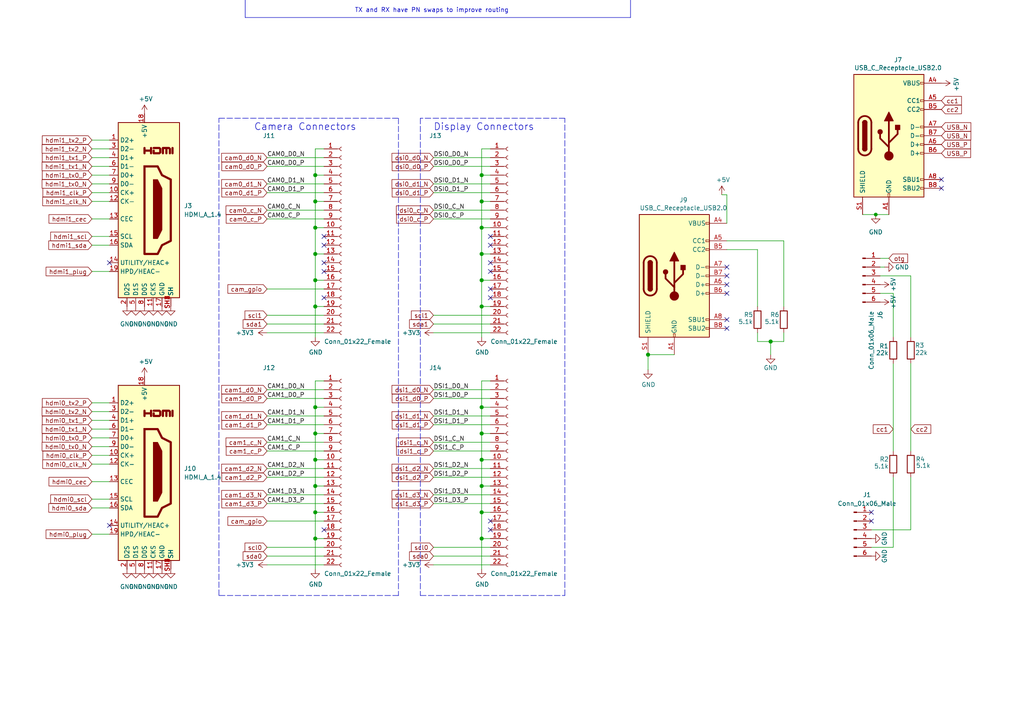
<source format=kicad_sch>
(kicad_sch (version 20211123) (generator eeschema)
  (paper "A4")
  (lib_symbols
    (symbol "CM4IO:HDMI_A_1.4"
      (property "Reference" "J" (at -6.35 26.67 0))
      (property "Value" "HDMI_A_1.4" (at 10.16 26.67 0))
      (symbol "HDMI_A_1.4_0_0"
        (pin passive line (at 7.62 -27.94 90) (length 2.54) (name "SH") (number "SH2"))
        (pin passive line (at 7.62 -27.94 90) (length 2.54) (name "SH") (number "SH3"))
        (pin passive line (at 7.62 -27.94 90) (length 2.54) (name "SH") (number "SH4"))
      )
      (symbol "HDMI_A_1.4_1_1"
        (pin passive line (at -10.16 20.32 0) (length 2.54) (name "D2+") (number "1"))
        (pin passive line (at -10.16 5.08 0) (length 2.54) (name "CK+") (number "10"))
        (pin power_in line (at 2.54 -27.94 90) (length 2.54) (name "CKS") (number "11"))
        (pin passive line (at -10.16 2.54 0) (length 2.54) (name "CK-") (number "12"))
        (pin bidirectional line (at -10.16 -2.54 0) (length 2.54) (name "CEC") (number "13"))
        (pin passive line (at -10.16 -15.24 0) (length 2.54) (name "UTILITY/HEAC+") (number "14"))
        (pin passive line (at -10.16 -7.62 0) (length 2.54) (name "SCL") (number "15"))
        (pin bidirectional line (at -10.16 -10.16 0) (length 2.54) (name "SDA") (number "16"))
        (pin power_in line (at 5.08 -27.94 90) (length 2.54) (name "GND") (number "17"))
        (pin power_in line (at 0 27.94 270) (length 2.54) (name "+5V") (number "18"))
        (pin passive line (at -10.16 -17.78 0) (length 2.54) (name "HPD/HEAC-") (number "19"))
        (pin power_in line (at -5.08 -27.94 90) (length 2.54) (name "D2S") (number "2"))
        (pin passive line (at -10.16 17.78 0) (length 2.54) (name "D2-") (number "3"))
        (pin passive line (at -10.16 15.24 0) (length 2.54) (name "D1+") (number "4"))
        (pin power_in line (at -2.54 -27.94 90) (length 2.54) (name "D1S") (number "5"))
        (pin passive line (at -10.16 12.7 0) (length 2.54) (name "D1-") (number "6"))
        (pin passive line (at -10.16 10.16 0) (length 2.54) (name "D0+") (number "7"))
        (pin power_in line (at 0 -27.94 90) (length 2.54) (name "D0S") (number "8"))
        (pin passive line (at -10.16 7.62 0) (length 2.54) (name "D0-") (number "9"))
        (pin passive line (at 7.62 -27.94 90) (length 2.54) (name "SH") (number "SH1"))
      )
    )
    (symbol "CM4IO:PCIe-x1"
      (property "Reference" "J" (at -13.97 36.83 0))
      (property "Value" "PCIe-x1" (at -5.08 -13.97 0))
      (symbol "PCIe-x1_0_0"
        (pin passive line (at 10.16 33.02 180) (length 5.08) (name "nPRSNT1") (number "A1"))
        (pin power_in line (at 10.16 10.16 180) (length 5.08) (name "+3.3V") (number "A10"))
        (pin input line (at 10.16 7.62 180) (length 5.08) (name "nPERST") (number "A11"))
        (pin power_in line (at 10.16 5.08 180) (length 5.08) (name "GND") (number "A12"))
        (pin input line (at 10.16 2.54 180) (length 5.08) (name "REFCLK+") (number "A13"))
        (pin input line (at 10.16 0 180) (length 5.08) (name "REFCLK-") (number "A14"))
        (pin power_in line (at 10.16 -2.54 180) (length 5.08) (name "GND") (number "A15"))
        (pin output line (at 10.16 -5.08 180) (length 5.08) (name "PERP0") (number "A16"))
        (pin output line (at 10.16 -7.62 180) (length 5.08) (name "PERN0") (number "A17"))
        (pin power_in line (at 10.16 -10.16 180) (length 5.08) (name "GND") (number "A18"))
        (pin power_in line (at 10.16 30.48 180) (length 5.08) (name "+12V") (number "A2"))
        (pin power_in line (at 10.16 27.94 180) (length 5.08) (name "+12V") (number "A3"))
        (pin power_in line (at 10.16 25.4 180) (length 5.08) (name "GND") (number "A4"))
        (pin input line (at 10.16 22.86 180) (length 5.08) (name "TCK") (number "A5"))
        (pin input line (at 10.16 20.32 180) (length 5.08) (name "TDI") (number "A6"))
        (pin output line (at 10.16 17.78 180) (length 5.08) (name "TD0") (number "A7"))
        (pin input line (at 10.16 15.24 180) (length 5.08) (name "TMS") (number "A8"))
        (pin power_in line (at 10.16 12.7 180) (length 5.08) (name "+3.3V") (number "A9"))
        (pin power_in line (at -19.05 33.02 0) (length 5.08) (name "+12v") (number "B1"))
        (pin power_in line (at -19.05 10.16 0) (length 5.08) (name "+3.3vAUX") (number "B10"))
        (pin open_collector line (at -19.05 7.62 0) (length 5.08) (name "nWAKE") (number "B11"))
        (pin open_collector line (at -19.05 5.08 0) (length 5.08) (name "nCLKREQ") (number "B12"))
        (pin power_in line (at -19.05 2.54 0) (length 5.08) (name "GND") (number "B13"))
        (pin input line (at -19.05 0 0) (length 5.08) (name "PETP0") (number "B14"))
        (pin input line (at -19.05 -2.54 0) (length 5.08) (name "PETN0") (number "B15"))
        (pin power_in line (at -19.05 -5.08 0) (length 5.08) (name "GND") (number "B16"))
        (pin passive line (at -19.05 -7.62 0) (length 5.08) (name "nPRSNT2") (number "B17"))
        (pin power_in line (at -19.05 -10.16 0) (length 5.08) (name "GND") (number "B18"))
        (pin power_in line (at -19.05 30.48 0) (length 5.08) (name "+12v") (number "B2"))
        (pin power_in line (at -19.05 27.94 0) (length 5.08) (name "+12v") (number "B3"))
        (pin power_in line (at -19.05 25.4 0) (length 5.08) (name "GND") (number "B4"))
        (pin passive line (at -19.05 22.86 0) (length 5.08) (name "SMCLK") (number "B5"))
        (pin passive line (at -19.05 20.32 0) (length 5.08) (name "SMDAT") (number "B6"))
        (pin power_in line (at -19.05 17.78 0) (length 5.08) (name "GND") (number "B7"))
        (pin power_in line (at -19.05 15.24 0) (length 5.08) (name "+3.3v") (number "B8"))
        (pin input line (at -19.05 12.7 0) (length 5.08) (name "nTRST") (number "B9"))
      )
    )
    (symbol "Connector:Conn_01x06_Male" (pin_names (offset 1.016) hide)
      (property "Reference" "J" (at 0 7.62 0))
      (property "Value" "Conn_01x06_Male" (at 0 -10.16 0))
      (symbol "Conn_01x06_Male_1_1"
        (pin passive line (at 5.08 5.08 180) (length 3.81) (name "Pin_1") (number "1"))
        (pin passive line (at 5.08 2.54 180) (length 3.81) (name "Pin_2") (number "2"))
        (pin passive line (at 5.08 0 180) (length 3.81) (name "Pin_3") (number "3"))
        (pin passive line (at 5.08 -2.54 180) (length 3.81) (name "Pin_4") (number "4"))
        (pin passive line (at 5.08 -5.08 180) (length 3.81) (name "Pin_5") (number "5"))
        (pin passive line (at 5.08 -7.62 180) (length 3.81) (name "Pin_6") (number "6"))
      )
    )
    (symbol "Connector:Conn_01x22_Female" (pin_names hide)
      (property "Reference" "J" (at 0 27.94 0))
      (property "Value" "Conn_01x22_Female" (at 0 -30.48 0))
      (symbol "Conn_01x22_Female_1_1"
        (pin passive line (at -5.08 25.4 0) (length 3.81) (name "Pin_1") (number "1"))
        (pin passive line (at -5.08 2.54 0) (length 3.81) (name "Pin_10") (number "10"))
        (pin passive line (at -5.08 0 0) (length 3.81) (name "Pin_11") (number "11"))
        (pin passive line (at -5.08 -2.54 0) (length 3.81) (name "Pin_12") (number "12"))
        (pin passive line (at -5.08 -5.08 0) (length 3.81) (name "Pin_13") (number "13"))
        (pin passive line (at -5.08 -7.62 0) (length 3.81) (name "Pin_14") (number "14"))
        (pin passive line (at -5.08 -10.16 0) (length 3.81) (name "Pin_15") (number "15"))
        (pin passive line (at -5.08 -12.7 0) (length 3.81) (name "Pin_16") (number "16"))
        (pin passive line (at -5.08 -15.24 0) (length 3.81) (name "Pin_17") (number "17"))
        (pin passive line (at -5.08 -17.78 0) (length 3.81) (name "Pin_18") (number "18"))
        (pin passive line (at -5.08 -20.32 0) (length 3.81) (name "Pin_19") (number "19"))
        (pin passive line (at -5.08 22.86 0) (length 3.81) (name "Pin_2") (number "2"))
        (pin passive line (at -5.08 -22.86 0) (length 3.81) (name "Pin_20") (number "20"))
        (pin passive line (at -5.08 -25.4 0) (length 3.81) (name "Pin_21") (number "21"))
        (pin passive line (at -5.08 -27.94 0) (length 3.81) (name "Pin_22") (number "22"))
        (pin passive line (at -5.08 20.32 0) (length 3.81) (name "Pin_3") (number "3"))
        (pin passive line (at -5.08 17.78 0) (length 3.81) (name "Pin_4") (number "4"))
        (pin passive line (at -5.08 15.24 0) (length 3.81) (name "Pin_5") (number "5"))
        (pin passive line (at -5.08 12.7 0) (length 3.81) (name "Pin_6") (number "6"))
        (pin passive line (at -5.08 10.16 0) (length 3.81) (name "Pin_7") (number "7"))
        (pin passive line (at -5.08 7.62 0) (length 3.81) (name "Pin_8") (number "8"))
        (pin passive line (at -5.08 5.08 0) (length 3.81) (name "Pin_9") (number "9"))
      )
    )
    (symbol "Connector:USB_C_Receptacle_USB2.0" (pin_names (offset 1.016))
      (property "Reference" "J" (at -10.16 19.05 0))
      (property "Value" "USB_C_Receptacle_USB2.0" (at 19.05 19.05 0))
      (symbol "USB_C_Receptacle_USB2.0_1_1"
        (pin passive line (at 0 -22.86 90) (length 5.08) (name "GND") (number "A1"))
        (pin passive line (at 0 -22.86 90) (length 5.08) hide (name "GND") (number "A12"))
        (pin passive line (at 15.24 15.24 180) (length 5.08) (name "VBUS") (number "A4"))
        (pin bidirectional line (at 15.24 10.16 180) (length 5.08) (name "CC1") (number "A5"))
        (pin bidirectional line (at 15.24 -2.54 180) (length 5.08) (name "D+") (number "A6"))
        (pin bidirectional line (at 15.24 2.54 180) (length 5.08) (name "D-") (number "A7"))
        (pin bidirectional line (at 15.24 -12.7 180) (length 5.08) (name "SBU1") (number "A8"))
        (pin passive line (at 15.24 15.24 180) (length 5.08) hide (name "VBUS") (number "A9"))
        (pin passive line (at 0 -22.86 90) (length 5.08) hide (name "GND") (number "B1"))
        (pin passive line (at 0 -22.86 90) (length 5.08) hide (name "GND") (number "B12"))
        (pin passive line (at 15.24 15.24 180) (length 5.08) hide (name "VBUS") (number "B4"))
        (pin bidirectional line (at 15.24 7.62 180) (length 5.08) (name "CC2") (number "B5"))
        (pin bidirectional line (at 15.24 -5.08 180) (length 5.08) (name "D+") (number "B6"))
        (pin bidirectional line (at 15.24 0 180) (length 5.08) (name "D-") (number "B7"))
        (pin bidirectional line (at 15.24 -15.24 180) (length 5.08) (name "SBU2") (number "B8"))
        (pin passive line (at 15.24 15.24 180) (length 5.08) hide (name "VBUS") (number "B9"))
        (pin passive line (at -7.62 -22.86 90) (length 5.08) (name "SHIELD") (number "S1"))
      )
    )
    (symbol "Device:R" (pin_numbers hide) (pin_names (offset 0))
      (property "Reference" "R" (at 2.032 0 90))
      (property "Value" "R" (at 0 0 90))
      (symbol "R_1_1"
        (pin passive line (at 0 3.81 270) (length 1.27) (name "~") (number "1"))
        (pin passive line (at 0 -3.81 90) (length 1.27) (name "~") (number "2"))
      )
    )
    (symbol "power:+3V3" (power) (pin_names (offset 0))
      (property "Value" "+3V3" (at 0 3.556 0))
      (symbol "+3V3_1_1"
        (pin power_in line (at 0 0 90) (length 0) hide (name "+3V3") (number "1"))
      )
    )
    (symbol "power:+5V" (power) (pin_names (offset 0))
      (property "Value" "+5V" (at 0 3.556 0))
      (symbol "+5V_1_1"
        (pin power_in line (at 0 0 90) (length 0) hide (name "+5V") (number "1"))
      )
    )
    (symbol "power:GND" (power) (pin_names (offset 0))
      (property "Value" "GND" (at 0 -3.81 0))
      (symbol "GND_1_1"
        (pin power_in line (at 0 0 270) (length 0) hide (name "GND") (number "1"))
      )
    )
  )
  (junction (at 139.7 81.28) (diameter 1.016))
  (junction (at 91.44 118.11) (diameter 1.016))
  (junction (at 223.52 99.06) (diameter 1.016))
  (junction (at 91.44 88.9) (diameter 1.016))
  (junction (at 107.95 -19.05) (diameter 1.016))
  (junction (at 139.7 -21.59) (diameter 1.016))
  (junction (at 91.44 133.35) (diameter 1.016))
  (junction (at 254 62.23))
  (junction (at 139.7 -29.21) (diameter 1.016))
  (junction (at 139.7 133.35) (diameter 1.016))
  (junction (at 139.7 73.66) (diameter 1.016))
  (junction (at 139.7 58.42) (diameter 1.016))
  (junction (at 91.44 156.21) (diameter 1.016))
  (junction (at 91.44 125.73) (diameter 1.016))
  (junction (at 91.44 58.42) (diameter 1.016))
  (junction (at 139.7 125.73) (diameter 1.016))
  (junction (at 107.95 -26.67) (diameter 1.016))
  (junction (at 187.96 102.87) (diameter 1.016))
  (junction (at 139.7 148.59) (diameter 1.016))
  (junction (at 91.44 81.28) (diameter 1.016))
  (junction (at 107.95 -41.91) (diameter 1.016))
  (junction (at 91.44 140.97) (diameter 1.016))
  (junction (at 106.68 -39.37) (diameter 1.016))
  (junction (at 139.7 156.21) (diameter 1.016))
  (junction (at 142.24 -44.45) (diameter 1.016))
  (junction (at 139.7 88.9) (diameter 1.016))
  (junction (at 106.68 -36.83) (diameter 1.016))
  (junction (at 139.7 66.04) (diameter 1.016))
  (junction (at 139.7 50.8) (diameter 1.016))
  (junction (at 91.44 50.8) (diameter 1.016))
  (junction (at 142.24 -46.99) (diameter 1.016))
  (junction (at 142.24 -36.83) (diameter 1.016))
  (junction (at 91.44 73.66) (diameter 1.016))
  (junction (at 91.44 148.59) (diameter 1.016))
  (junction (at 91.44 66.04) (diameter 1.016))
  (junction (at 139.7 140.97) (diameter 1.016))
  (junction (at 139.7 118.11) (diameter 1.016))
  (junction (at 107.95 -13.97) (diameter 1.016))
  (junction (at 142.24 -39.37) (diameter 1.016))
  (junction (at 139.7 -13.97) (diameter 1.016))
  (no_connect (at 93.98 71.12))
  (no_connect (at 109.22 -16.51))
  (no_connect (at 210.82 85.09))
  (no_connect (at 210.82 77.47))
  (no_connect (at 93.98 153.67))
  (no_connect (at 142.24 71.12))
  (no_connect (at 210.82 80.01))
  (no_connect (at 109.22 -46.99))
  (no_connect (at 210.82 92.71))
  (no_connect (at 210.82 82.55))
  (no_connect (at 93.98 68.58))
  (no_connect (at 93.98 78.74))
  (no_connect (at 210.82 95.25))
  (no_connect (at 109.22 -31.75))
  (no_connect (at 142.24 78.74))
  (no_connect (at 142.24 151.13))
  (no_connect (at 93.98 86.36))
  (no_connect (at 93.98 76.2))
  (no_connect (at 109.22 -44.45))
  (no_connect (at 273.05 52.07))
  (no_connect (at 252.73 148.59))
  (no_connect (at 31.75 76.2))
  (no_connect (at 31.75 152.4))
  (no_connect (at 142.24 153.67))
  (no_connect (at 138.43 -41.91))
  (no_connect (at 142.24 68.58))
  (no_connect (at 142.24 86.36))
  (no_connect (at 142.24 83.82))
  (no_connect (at 252.73 151.13))
  (no_connect (at 142.24 76.2))
  (no_connect (at 273.05 54.61))
  (no_connect (at 138.43 -57.15))
  (wire (pts (xy 139.7 -49.53) (xy 139.7 -29.21)))
  (wire (pts (xy 139.7 118.11) (xy 139.7 125.73)))
  (wire (pts (xy 109.22 -26.67) (xy 107.95 -26.67)))
  (wire (pts (xy 91.44 58.42) (xy 93.98 58.42)))
  (wire (pts (xy 259.08 105.41) (xy 259.08 130.81)))
  (wire (pts (xy 77.47 138.43) (xy 93.98 138.43)))
  (wire (pts (xy 26.67 139.7) (xy 31.75 139.7)))
  (wire (pts (xy 264.16 138.43) (xy 264.16 153.67)))
  (wire (pts (xy 93.98 161.29) (xy 77.47 161.29)))
  (wire (pts (xy 264.16 80.01) (xy 264.16 97.79)))
  (wire (pts (xy 26.67 124.46) (xy 31.75 124.46)))
  (wire (pts (xy 139.7 50.8) (xy 139.7 58.42)))
  (wire (pts (xy 255.27 85.09) (xy 259.08 85.09)))
  (wire (pts (xy 93.98 43.18) (xy 91.44 43.18)))
  (wire (pts (xy 26.67 53.34) (xy 31.75 53.34)))
  (wire (pts (xy 138.43 -21.59) (xy 139.7 -21.59)))
  (wire (pts (xy 139.7 58.42) (xy 142.24 58.42)))
  (wire (pts (xy 210.82 64.77) (xy 210.82 56.4896)))
  (wire (pts (xy 77.47 48.26) (xy 93.98 48.26)))
  (wire (pts (xy 139.7 156.21) (xy 139.7 165.1)))
  (wire (pts (xy 219.71 72.39) (xy 219.71 88.9)))
  (wire (pts (xy 125.73 146.05) (xy 142.24 146.05)))
  (wire (pts (xy 26.67 154.94) (xy 31.75 154.94)))
  (wire (pts (xy 139.7 73.66) (xy 142.24 73.66)))
  (wire (pts (xy 91.44 81.28) (xy 91.44 88.9)))
  (wire (pts (xy 93.98 163.83) (xy 77.47 163.83)))
  (wire (pts (xy 139.7 88.9) (xy 142.24 88.9)))
  (wire (pts (xy 125.73 128.27) (xy 142.24 128.27)))
  (wire (pts (xy 109.22 -49.53) (xy 107.95 -49.53)))
  (wire (pts (xy 139.7 110.49) (xy 139.7 118.11)))
  (polyline (pts (xy 182.88 -69.85) (xy 182.88 5.08)) (stroke (width 0) (type solid)))
  (polyline (pts (xy 121.92 34.29) (xy 121.92 172.72)) (stroke (width 0) (type dash)))
  (wire (pts (xy 26.67 132.08) (xy 31.75 132.08)))
  (wire (pts (xy 139.7 -13.97) (xy 139.7 -10.16)))
  (polyline (pts (xy 163.83 34.29) (xy 121.92 34.29)) (stroke (width 0) (type dash)))
  (wire (pts (xy 26.67 134.62) (xy 31.75 134.62)))
  (wire (pts (xy 125.73 123.19) (xy 142.24 123.19)))
  (wire (pts (xy 139.7 140.97) (xy 142.24 140.97)))
  (wire (pts (xy 107.95 -13.97) (xy 109.22 -13.97)))
  (wire (pts (xy 139.7 148.59) (xy 142.24 148.59)))
  (wire (pts (xy 139.7 140.97) (xy 139.7 148.59)))
  (wire (pts (xy 264.16 105.41) (xy 264.16 130.81)))
  (wire (pts (xy 91.44 140.97) (xy 93.98 140.97)))
  (wire (pts (xy 91.44 73.66) (xy 91.44 81.28)))
  (wire (pts (xy 26.67 50.8) (xy 31.75 50.8)))
  (wire (pts (xy 91.44 58.42) (xy 91.44 66.04)))
  (wire (pts (xy 109.22 -21.59) (xy 93.98 -21.59)))
  (wire (pts (xy 77.47 113.03) (xy 93.98 113.03)))
  (wire (pts (xy 94.615 -57.15) (xy 109.22 -57.15)))
  (polyline (pts (xy 163.83 172.72) (xy 163.83 34.29)) (stroke (width 0) (type dash)))
  (wire (pts (xy 26.67 119.38) (xy 31.75 119.38)))
  (wire (pts (xy 138.43 -26.67) (xy 152.4 -26.67)))
  (wire (pts (xy 255.27 80.01) (xy 264.16 80.01)))
  (wire (pts (xy 109.22 -29.21) (xy 93.98 -29.21)))
  (wire (pts (xy 26.67 116.84) (xy 31.75 116.84)))
  (wire (pts (xy 138.43 -39.37) (xy 142.24 -39.37)))
  (wire (pts (xy 95.25 -39.37) (xy 106.68 -39.37)))
  (wire (pts (xy 109.22 -54.61) (xy 109.22 -52.07)))
  (wire (pts (xy 91.44 66.04) (xy 91.44 73.66)))
  (wire (pts (xy 139.7 81.28) (xy 139.7 88.9)))
  (wire (pts (xy 139.7 88.9) (xy 139.7 97.79)))
  (wire (pts (xy 77.47 130.81) (xy 93.98 130.81)))
  (wire (pts (xy 106.68 -39.37) (xy 106.68 -36.83)))
  (wire (pts (xy 125.73 115.57) (xy 142.24 115.57)))
  (wire (pts (xy 26.67 45.72) (xy 31.75 45.72)))
  (wire (pts (xy 125.73 45.72) (xy 142.24 45.72)))
  (wire (pts (xy 142.24 161.29) (xy 125.73 161.29)))
  (polyline (pts (xy 182.88 5.08) (xy 71.12 5.08)) (stroke (width 0) (type solid)))
  (wire (pts (xy 139.7 73.66) (xy 139.7 81.28)))
  (wire (pts (xy 106.68 -36.83) (xy 109.22 -36.83)))
  (wire (pts (xy 125.73 130.81) (xy 142.24 130.81)))
  (wire (pts (xy 93.98 83.82) (xy 77.47 83.82)))
  (wire (pts (xy 91.44 118.11) (xy 93.98 118.11)))
  (wire (pts (xy 91.44 50.8) (xy 91.44 58.42)))
  (wire (pts (xy 139.7 125.73) (xy 142.24 125.73)))
  (wire (pts (xy 187.96 102.87) (xy 187.96 107.2388)))
  (wire (pts (xy 107.95 -19.05) (xy 107.95 -13.97)))
  (wire (pts (xy 125.73 135.89) (xy 142.24 135.89)))
  (wire (pts (xy 77.47 115.57) (xy 93.98 115.57)))
  (wire (pts (xy 139.7 133.35) (xy 142.24 133.35)))
  (polyline (pts (xy 71.12 5.08) (xy 71.12 -69.85)) (stroke (width 0) (type solid)))
  (wire (pts (xy 125.73 53.34) (xy 142.24 53.34)))
  (wire (pts (xy 26.67 58.42) (xy 31.75 58.42)))
  (wire (pts (xy 107.95 -26.67) (xy 107.95 -19.05)))
  (polyline (pts (xy 71.12 -69.85) (xy 182.88 -69.85)) (stroke (width 0) (type solid)))
  (wire (pts (xy 77.47 128.27) (xy 93.98 128.27)))
  (wire (pts (xy 142.24 43.18) (xy 139.7 43.18)))
  (wire (pts (xy 26.67 144.78) (xy 31.75 144.78)))
  (wire (pts (xy 91.44 110.49) (xy 91.44 118.11)))
  (wire (pts (xy 91.44 81.28) (xy 93.98 81.28)))
  (wire (pts (xy 109.22 -19.05) (xy 107.95 -19.05)))
  (wire (pts (xy 142.24 -46.99) (xy 148.59 -46.99)))
  (wire (pts (xy 227.33 69.85) (xy 227.33 88.9)))
  (wire (pts (xy 91.44 125.73) (xy 93.98 125.73)))
  (wire (pts (xy 139.7 50.8) (xy 142.24 50.8)))
  (wire (pts (xy 125.73 60.96) (xy 142.24 60.96)))
  (wire (pts (xy 138.43 -34.29) (xy 142.24 -34.29)))
  (wire (pts (xy 252.73 158.75) (xy 259.08 158.75)))
  (wire (pts (xy 91.44 140.97) (xy 91.44 148.59)))
  (wire (pts (xy 77.47 53.34) (xy 93.98 53.34)))
  (wire (pts (xy 91.44 50.8) (xy 93.98 50.8)))
  (wire (pts (xy 139.7 58.42) (xy 139.7 66.04)))
  (wire (pts (xy 26.67 147.32) (xy 31.75 147.32)))
  (wire (pts (xy 26.67 43.18) (xy 31.75 43.18)))
  (wire (pts (xy 138.43 -16.51) (xy 152.4 -16.51)))
  (wire (pts (xy 109.22 -24.13) (xy 93.98 -24.13)))
  (wire (pts (xy 26.67 71.12) (xy 31.75 71.12)))
  (wire (pts (xy 223.52 99.06) (xy 223.52 102.87)))
  (wire (pts (xy 109.22 -41.91) (xy 107.95 -41.91)))
  (wire (pts (xy 93.98 96.52) (xy 77.47 96.52)))
  (wire (pts (xy 125.73 113.03) (xy 142.24 113.03)))
  (wire (pts (xy 77.47 135.89) (xy 93.98 135.89)))
  (wire (pts (xy 142.24 -44.45) (xy 142.24 -39.37)))
  (wire (pts (xy 106.68 -36.83) (xy 106.68 -34.29)))
  (wire (pts (xy 219.71 96.52) (xy 219.71 99.06)))
  (wire (pts (xy 259.08 85.09) (xy 259.08 97.79)))
  (wire (pts (xy 107.95 -41.91) (xy 107.95 -26.67)))
  (wire (pts (xy 107.95 -49.53) (xy 107.95 -41.91)))
  (wire (pts (xy 138.43 -24.13) (xy 152.4 -24.13)))
  (wire (pts (xy 142.24 96.52) (xy 125.73 96.52)))
  (wire (pts (xy 77.47 60.96) (xy 93.98 60.96)))
  (wire (pts (xy 77.47 143.51) (xy 93.98 143.51)))
  (wire (pts (xy 139.7 81.28) (xy 142.24 81.28)))
  (wire (pts (xy 91.44 125.73) (xy 91.44 133.35)))
  (wire (pts (xy 93.98 93.98) (xy 77.47 93.98)))
  (wire (pts (xy 139.7 148.59) (xy 139.7 156.21)))
  (wire (pts (xy 138.43 -49.53) (xy 139.7 -49.53)))
  (wire (pts (xy 125.73 48.26) (xy 142.24 48.26)))
  (wire (pts (xy 138.43 -36.83) (xy 142.24 -36.83)))
  (wire (pts (xy 139.7 66.04) (xy 142.24 66.04)))
  (wire (pts (xy 93.98 91.44) (xy 77.47 91.44)))
  (wire (pts (xy 91.44 133.35) (xy 91.44 140.97)))
  (wire (pts (xy 91.44 156.21) (xy 91.44 165.1)))
  (wire (pts (xy 254 62.23) (xy 257.81 62.23)))
  (wire (pts (xy 91.44 118.11) (xy 91.44 125.73)))
  (wire (pts (xy 91.44 156.21) (xy 93.98 156.21)))
  (wire (pts (xy 26.67 63.5) (xy 31.75 63.5)))
  (wire (pts (xy 142.24 -34.29) (xy 142.24 -36.83)))
  (wire (pts (xy 91.44 88.9) (xy 91.44 97.79)))
  (wire (pts (xy 142.24 93.98) (xy 125.73 93.98)))
  (wire (pts (xy 259.08 138.43) (xy 259.08 158.75)))
  (wire (pts (xy 139.7 118.11) (xy 142.24 118.11)))
  (wire (pts (xy 138.43 -19.05) (xy 152.4 -19.05)))
  (wire (pts (xy 91.44 148.59) (xy 93.98 148.59)))
  (wire (pts (xy 26.67 68.58) (xy 31.75 68.58)))
  (wire (pts (xy 26.67 129.54) (xy 31.75 129.54)))
  (wire (pts (xy 91.44 43.18) (xy 91.44 50.8)))
  (wire (pts (xy 139.7 -29.21) (xy 139.7 -21.59)))
  (wire (pts (xy 139.7 156.21) (xy 142.24 156.21)))
  (wire (pts (xy 227.33 99.06) (xy 223.52 99.06)))
  (wire (pts (xy 91.44 148.59) (xy 91.44 156.21)))
  (wire (pts (xy 142.24 158.75) (xy 125.73 158.75)))
  (wire (pts (xy 138.43 -44.45) (xy 142.24 -44.45)))
  (wire (pts (xy 77.47 151.13) (xy 93.98 151.13)))
  (wire (pts (xy 139.7 66.04) (xy 139.7 73.66)))
  (wire (pts (xy 125.73 63.5) (xy 142.24 63.5)))
  (wire (pts (xy 26.67 127) (xy 31.75 127)))
  (polyline (pts (xy 121.92 172.72) (xy 163.83 172.72)) (stroke (width 0) (type dash)))
  (wire (pts (xy 187.96 102.87) (xy 195.58 102.87)))
  (wire (pts (xy 210.82 72.39) (xy 219.71 72.39)))
  (wire (pts (xy 93.98 110.49) (xy 91.44 110.49)))
  (wire (pts (xy 139.7 -21.59) (xy 139.7 -13.97)))
  (wire (pts (xy 255.27 77.47) (xy 256.54 77.47)))
  (wire (pts (xy 125.73 55.88) (xy 142.24 55.88)))
  (wire (pts (xy 77.47 120.65) (xy 93.98 120.65)))
  (wire (pts (xy 26.67 48.26) (xy 31.75 48.26)))
  (wire (pts (xy 139.7 133.35) (xy 139.7 140.97)))
  (wire (pts (xy 142.24 91.44) (xy 125.73 91.44)))
  (wire (pts (xy 91.44 88.9) (xy 93.98 88.9)))
  (wire (pts (xy 77.47 123.19) (xy 93.98 123.19)))
  (wire (pts (xy 26.67 121.92) (xy 31.75 121.92)))
  (wire (pts (xy 139.7 125.73) (xy 139.7 133.35)))
  (wire (pts (xy 106.68 -34.29) (xy 109.22 -34.29)))
  (wire (pts (xy 91.44 73.66) (xy 93.98 73.66)))
  (wire (pts (xy 142.24 110.49) (xy 139.7 110.49)))
  (wire (pts (xy 138.43 -54.61) (xy 148.59 -54.61)))
  (wire (pts (xy 142.24 -39.37) (xy 142.24 -36.83)))
  (wire (pts (xy 77.47 146.05) (xy 93.98 146.05)))
  (polyline (pts (xy 115.57 172.72) (xy 63.5 172.72)) (stroke (width 0) (type dash)))
  (wire (pts (xy 139.7 43.18) (xy 139.7 50.8)))
  (wire (pts (xy 77.47 63.5) (xy 93.98 63.5)))
  (wire (pts (xy 93.98 158.75) (xy 77.47 158.75)))
  (wire (pts (xy 138.43 -29.21) (xy 139.7 -29.21)))
  (wire (pts (xy 139.7 -13.97) (xy 138.43 -13.97)))
  (wire (pts (xy 138.43 -46.99) (xy 142.24 -46.99)))
  (wire (pts (xy 107.95 -13.97) (xy 107.95 -10.16)))
  (wire (pts (xy 219.71 99.06) (xy 223.52 99.06)))
  (polyline (pts (xy 63.5 172.72) (xy 63.5 34.29)) (stroke (width 0) (type dash)))
  (wire (pts (xy 91.44 66.04) (xy 93.98 66.04)))
  (wire (pts (xy 106.68 -39.37) (xy 109.22 -39.37)))
  (wire (pts (xy 91.44 133.35) (xy 93.98 133.35)))
  (wire (pts (xy 26.67 40.64) (xy 31.75 40.64)))
  (wire (pts (xy 125.73 143.51) (xy 142.24 143.51)))
  (wire (pts (xy 77.47 45.72) (xy 93.98 45.72)))
  (wire (pts (xy 26.67 55.88) (xy 31.75 55.88)))
  (wire (pts (xy 77.47 55.88) (xy 93.98 55.88)))
  (wire (pts (xy 125.73 120.65) (xy 142.24 120.65)))
  (wire (pts (xy 252.73 153.67) (xy 264.16 153.67)))
  (wire (pts (xy 142.24 -46.99) (xy 142.24 -44.45)))
  (wire (pts (xy 250.19 62.23) (xy 254 62.23)))
  (wire (pts (xy 209.3468 56.4896) (xy 210.82 56.4896)))
  (wire (pts (xy 26.67 78.74) (xy 31.75 78.74)))
  (polyline (pts (xy 115.57 34.29) (xy 115.57 172.72)) (stroke (width 0) (type dash)))
  (wire (pts (xy 142.24 163.83) (xy 125.73 163.83)))
  (wire (pts (xy 227.33 96.52) (xy 227.33 99.06)))
  (wire (pts (xy 125.73 138.43) (xy 142.24 138.43)))
  (wire (pts (xy 138.43 -52.07) (xy 138.43 -54.61)))
  (polyline (pts (xy 63.5 34.29) (xy 115.57 34.29)) (stroke (width 0) (type dash)))
  (wire (pts (xy 210.82 69.85) (xy 227.33 69.85)))
  (wire (pts (xy 138.43 -31.75) (xy 152.4 -31.75)))
  (wire (pts (xy 255.27 74.93) (xy 257.81 74.93)))
  (text "Camera Connectors" (at 73.66 38.1 0) (effects (font (size 2.0066 2.0066)) (justify left bottom)))
  (text "TX and RX have PN swaps to improve routing\n" (at 102.87 3.81 0) (effects (font (size 1.27 1.27)) (justify left bottom)))
  (text "NB PCIe x1 takes a maximum of +12v @0.6A or +3.3v@3A , 10Watts combined" (at 91.44 0 0) (effects (font (size 1.27 1.27)) (justify left bottom)))
  (text "PCIe x1 connector" (at 130.81 -64.77 180) (effects (font (size 1.27 1.27)) (justify right bottom)))
  (text "Display Connectors" (at 125.73 38.1 0) (effects (font (size 2.0066 2.0066)) (justify left bottom)))
  (label "DSI0_D1_P" (at 125.73 55.88 0))
  (label "DSI0_D0_P" (at 125.73 48.26 0))
  (label "CAM1_D1_P" (at 77.47 123.19 0))
  (label "CAM0_C_P" (at 77.47 63.5 0))
  (label "CAM1_D2_P" (at 77.47 138.43 0))
  (label "+3.3v" (at 143.51 -46.99 0))
  (label "CAM1_C_N" (at 77.47 128.27 0))
  (label "CAM1_D2_N" (at 77.47 135.89 0))
  (label "DSI1_D3_N" (at 125.73 143.51 0))
  (label "CAM0_D0_P" (at 77.47 48.26 0))
  (label "DSI1_D1_P" (at 125.73 123.19 0))
  (label "DSI1_D2_P" (at 125.73 138.43 0))
  (label "CAM0_D1_N" (at 77.47 53.34 0))
  (label "DSI1_D0_P" (at 125.73 115.57 0))
  (label "DSI1_C_N" (at 125.73 128.27 0))
  (label "CAM1_C_P" (at 77.47 130.81 0))
  (label "CAM0_D0_N" (at 77.47 45.72 0))
  (label "+3.3v" (at 97.79 -39.37 0))
  (label "+12v" (at 97.79 -57.15 0))
  (label "DSI1_D0_N" (at 125.73 113.03 0))
  (label "DSI0_D0_N" (at 125.73 45.72 0))
  (label "CAM1_D3_N" (at 77.47 143.51 0))
  (label "CAM1_D0_N" (at 77.47 113.03 0))
  (label "CAM0_D1_P" (at 77.47 55.88 0))
  (label "+12v" (at 143.51 -54.61 0))
  (label "DSI1_C_P" (at 125.73 130.81 0))
  (label "DSI1_D1_N" (at 125.73 120.65 0))
  (label "DSI0_C_N" (at 125.73 60.96 0))
  (label "CAM1_D0_P" (at 77.47 115.57 0))
  (label "CAM1_D1_N" (at 77.47 120.65 0))
  (label "CAM1_D3_P" (at 77.47 146.05 0))
  (label "CAM0_C_N" (at 77.47 60.96 0))
  (label "DSI0_D1_N" (at 125.73 53.34 0))
  (label "DSI1_D3_P" (at 125.73 146.05 0))
  (label "DSI0_C_P" (at 125.73 63.5 0))
  (label "DSI1_D2_N" (at 125.73 135.89 0))
  (global_label "dsi0_c_N" (shape input) (at 125.73 60.96 180) (property "Intersheet References" "${INTERSHEET_REFS}" (effects hide)))
  (global_label "cam0_d0_N" (shape input) (at 77.47 45.72 180) (property "Intersheet References" "${INTERSHEET_REFS}" (effects hide)))
  (global_label "cam0_d1_P" (shape input) (at 77.47 55.88 180) (property "Intersheet References" "${INTERSHEET_REFS}" (effects hide)))
  (global_label "hdmi1_tx1_N" (shape input) (at 26.67 48.26 180) (property "Intersheet References" "${INTERSHEET_REFS}" (effects hide)))
  (global_label "hdmi0_tx0_P" (shape input) (at 26.67 127 180) (property "Intersheet References" "${INTERSHEET_REFS}" (effects hide)))
  (global_label "dsi1_d2_P" (shape input) (at 125.73 138.43 180) (property "Intersheet References" "${INTERSHEET_REFS}" (effects hide)))
  (global_label "USB_P" (shape input) (at 273.05 44.45 0) (property "Intersheet References" "${INTERSHEET_REFS}" (effects hide)))
  (global_label "dsi1_d3_N" (shape input) (at 125.73 143.51 180) (property "Intersheet References" "${INTERSHEET_REFS}" (effects hide)))
  (global_label "dsi1_d1_N" (shape input) (at 125.73 120.65 180) (property "Intersheet References" "${INTERSHEET_REFS}" (effects hide)))
  (global_label "cam1_d3_P" (shape input) (at 77.47 146.05 180) (property "Intersheet References" "${INTERSHEET_REFS}" (effects hide)))
  (global_label "hdmi1_tx2_P" (shape input) (at 26.67 40.64 180) (property "Intersheet References" "${INTERSHEET_REFS}" (effects hide)))
  (global_label "hdmi1_sda" (shape input) (at 26.67 71.12 180) (property "Intersheet References" "${INTERSHEET_REFS}" (effects hide)))
  (global_label "cam0_c_N" (shape input) (at 77.47 60.96 180) (property "Intersheet References" "${INTERSHEET_REFS}" (effects hide)))
  (global_label "cam1_c_N" (shape input) (at 77.47 128.27 180) (property "Intersheet References" "${INTERSHEET_REFS}" (effects hide)))
  (global_label "otg" (shape input) (at 257.81 74.93 0) (property "Intersheet References" "${INTERSHEET_REFS}" (effects hide)))
  (global_label "sda1" (shape input) (at 77.47 93.98 180) (property "Intersheet References" "${INTERSHEET_REFS}" (effects hide)))
  (global_label "hdmi1_tx1_P" (shape input) (at 26.67 45.72 180) (property "Intersheet References" "${INTERSHEET_REFS}" (effects hide)))
  (global_label "dsi1_c_N" (shape input) (at 125.73 128.27 180) (property "Intersheet References" "${INTERSHEET_REFS}" (effects hide)))
  (global_label "hdmi0_tx0_N" (shape input) (at 26.67 129.54 180) (property "Intersheet References" "${INTERSHEET_REFS}" (effects hide)))
  (global_label "dsi1_d1_P" (shape input) (at 125.73 123.19 180) (property "Intersheet References" "${INTERSHEET_REFS}" (effects hide)))
  (global_label "USB_N" (shape input) (at 273.05 36.83 0) (property "Intersheet References" "${INTERSHEET_REFS}" (effects hide)))
  (global_label "cam1_d1_N" (shape input) (at 77.47 120.65 180) (property "Intersheet References" "${INTERSHEET_REFS}" (effects hide)))
  (global_label "hdmi0_tx1_P" (shape input) (at 26.67 121.92 180) (property "Intersheet References" "${INTERSHEET_REFS}" (effects hide)))
  (global_label "cam1_d2_P" (shape input) (at 77.47 138.43 180) (property "Intersheet References" "${INTERSHEET_REFS}" (effects hide)))
  (global_label "dsi0_d1_P" (shape input) (at 125.73 55.88 180) (property "Intersheet References" "${INTERSHEET_REFS}" (effects hide)))
  (global_label "hdmi1_clk_N" (shape input) (at 26.67 58.42 180) (property "Intersheet References" "${INTERSHEET_REFS}" (effects hide)))
  (global_label "cam1_d2_N" (shape input) (at 77.47 135.89 180) (property "Intersheet References" "${INTERSHEET_REFS}" (effects hide)))
  (global_label "cc2" (shape input) (at 273.05 31.75 0) (property "Intersheet References" "${INTERSHEET_REFS}" (effects hide)))
  (global_label "hdmi0_clk_P" (shape input) (at 26.67 132.08 180) (property "Intersheet References" "${INTERSHEET_REFS}" (effects hide)))
  (global_label "hdmi0_tx2_N" (shape input) (at 26.67 119.38 180) (property "Intersheet References" "${INTERSHEET_REFS}" (effects hide)))
  (global_label "dsi0_d0_N" (shape input) (at 125.73 45.72 180) (property "Intersheet References" "${INTERSHEET_REFS}" (effects hide)))
  (global_label "dsi0_d0_P" (shape input) (at 125.73 48.26 180) (property "Intersheet References" "${INTERSHEET_REFS}" (effects hide)))
  (global_label "sda1" (shape input) (at 125.73 93.98 180) (property "Intersheet References" "${INTERSHEET_REFS}" (effects hide)))
  (global_label "scl1" (shape input) (at 125.73 91.44 180) (property "Intersheet References" "${INTERSHEET_REFS}" (effects hide)))
  (global_label "cam0_d1_N" (shape input) (at 77.47 53.34 180) (property "Intersheet References" "${INTERSHEET_REFS}" (effects hide)))
  (global_label "dsi1_d0_P" (shape input) (at 125.73 115.57 180) (property "Intersheet References" "${INTERSHEET_REFS}" (effects hide)))
  (global_label "dsi1_c_P" (shape input) (at 125.73 130.81 180) (property "Intersheet References" "${INTERSHEET_REFS}" (effects hide)))
  (global_label "cam_gpio" (shape input) (at 77.47 151.13 180) (property "Intersheet References" "${INTERSHEET_REFS}" (effects hide)))
  (global_label "USB_P" (shape input) (at 273.05 41.91 0) (property "Intersheet References" "${INTERSHEET_REFS}" (effects hide)))
  (global_label "hdmi0_tx1_N" (shape input) (at 26.67 124.46 180) (property "Intersheet References" "${INTERSHEET_REFS}" (effects hide)))
  (global_label "dsi0_d1_N" (shape input) (at 125.73 53.34 180) (property "Intersheet References" "${INTERSHEET_REFS}" (effects hide)))
  (global_label "hdmi1_cec" (shape input) (at 26.67 63.5 180) (property "Intersheet References" "${INTERSHEET_REFS}" (effects hide)))
  (global_label "hdmi1_clk_P" (shape input) (at 26.67 55.88 180) (property "Intersheet References" "${INTERSHEET_REFS}" (effects hide)))
  (global_label "sda0" (shape input) (at 77.47 161.29 180) (property "Intersheet References" "${INTERSHEET_REFS}" (effects hide)))
  (global_label "scl1" (shape input) (at 77.47 91.44 180) (property "Intersheet References" "${INTERSHEET_REFS}" (effects hide)))
  (global_label "hdmi1_scl" (shape input) (at 26.67 68.58 180) (property "Intersheet References" "${INTERSHEET_REFS}" (effects hide)))
  (global_label "hdmi0_sda" (shape input) (at 26.67 147.32 180) (property "Intersheet References" "${INTERSHEET_REFS}" (effects hide)))
  (global_label "hdmi1_tx2_N" (shape input) (at 26.67 43.18 180) (property "Intersheet References" "${INTERSHEET_REFS}" (effects hide)))
  (global_label "hdmi0_plug" (shape input) (at 26.67 154.94 180) (property "Intersheet References" "${INTERSHEET_REFS}" (effects hide)))
  (global_label "hdmi0_scl" (shape input) (at 26.67 144.78 180) (property "Intersheet References" "${INTERSHEET_REFS}" (effects hide)))
  (global_label "scl0" (shape input) (at 125.73 158.75 180) (property "Intersheet References" "${INTERSHEET_REFS}" (effects hide)))
  (global_label "hdmi0_tx2_P" (shape input) (at 26.67 116.84 180) (property "Intersheet References" "${INTERSHEET_REFS}" (effects hide)))
  (global_label "cam1_d3_N" (shape input) (at 77.47 143.51 180) (property "Intersheet References" "${INTERSHEET_REFS}" (effects hide)))
  (global_label "hdmi0_clk_N" (shape input) (at 26.67 134.62 180) (property "Intersheet References" "${INTERSHEET_REFS}" (effects hide)))
  (global_label "cam1_d0_N" (shape input) (at 77.47 113.03 180) (property "Intersheet References" "${INTERSHEET_REFS}" (effects hide)))
  (global_label "hdmi1_tx0_N" (shape input) (at 26.67 53.34 180) (property "Intersheet References" "${INTERSHEET_REFS}" (effects hide)))
  (global_label "cc1" (shape input) (at 273.05 29.21 0) (property "Intersheet References" "${INTERSHEET_REFS}" (effects hide)))
  (global_label "USB_N" (shape input) (at 273.05 39.37 0) (property "Intersheet References" "${INTERSHEET_REFS}" (effects hide)))
  (global_label "dsi1_d3_P" (shape input) (at 125.73 146.05 180) (property "Intersheet References" "${INTERSHEET_REFS}" (effects hide)))
  (global_label "cam0_c_P" (shape input) (at 77.47 63.5 180) (property "Intersheet References" "${INTERSHEET_REFS}" (effects hide)))
  (global_label "cam1_d1_P" (shape input) (at 77.47 123.19 180) (property "Intersheet References" "${INTERSHEET_REFS}" (effects hide)))
  (global_label "hdmi1_tx0_P" (shape input) (at 26.67 50.8 180) (property "Intersheet References" "${INTERSHEET_REFS}" (effects hide)))
  (global_label "cc2" (shape input) (at 264.16 124.46 0) (property "Intersheet References" "${INTERSHEET_REFS}" (effects hide)))
  (global_label "dsi1_d0_N" (shape input) (at 125.73 113.03 180) (property "Intersheet References" "${INTERSHEET_REFS}" (effects hide)))
  (global_label "scl0" (shape input) (at 77.47 158.75 180) (property "Intersheet References" "${INTERSHEET_REFS}" (effects hide)))
  (global_label "cam_gpio" (shape input) (at 77.47 83.82 180) (property "Intersheet References" "${INTERSHEET_REFS}" (effects hide)))
  (global_label "cam1_c_P" (shape input) (at 77.47 130.81 180) (property "Intersheet References" "${INTERSHEET_REFS}" (effects hide)))
  (global_label "hdmi0_cec" (shape input) (at 26.67 139.7 180) (property "Intersheet References" "${INTERSHEET_REFS}" (effects hide)))
  (global_label "hdmi1_plug" (shape input) (at 26.67 78.74 180) (property "Intersheet References" "${INTERSHEET_REFS}" (effects hide)))
  (global_label "dsi0_c_P" (shape input) (at 125.73 63.5 180) (property "Intersheet References" "${INTERSHEET_REFS}" (effects hide)))
  (global_label "sda0" (shape input) (at 125.73 161.29 180) (property "Intersheet References" "${INTERSHEET_REFS}" (effects hide)))
  (global_label "cc1" (shape input) (at 259.08 124.46 180) (property "Intersheet References" "${INTERSHEET_REFS}" (effects hide)))
  (global_label "cam0_d0_P" (shape input) (at 77.47 48.26 180) (property "Intersheet References" "${INTERSHEET_REFS}" (effects hide)))
  (global_label "cam1_d0_P" (shape input) (at 77.47 115.57 180) (property "Intersheet References" "${INTERSHEET_REFS}" (effects hide)))
  (global_label "dsi1_d2_N" (shape input) (at 125.73 135.89 180) (property "Intersheet References" "${INTERSHEET_REFS}" (effects hide)))
  (hierarchical_label "PCIE_RX_P" (shape output) (at 152.4 -16.51 0))
  (hierarchical_label "PCIE_TX_N" (shape input) (at 93.98 -24.13 180))
  (hierarchical_label "PCIE_nRST" (shape input) (at 152.4 -31.75 0))
  (hierarchical_label "PCIE_TX_P" (shape input) (at 93.98 -21.59 180))
  (hierarchical_label "+12v" (shape input) (at 94.615 -57.15 180))
  (hierarchical_label "PCIE_CLK_N" (shape input) (at 152.4 -24.13 0))
  (hierarchical_label "PCIE_RX_N" (shape output) (at 152.4 -19.05 0))
  (hierarchical_label "PCIE_CLK_P" (shape input) (at 152.4 -26.67 0))
  (hierarchical_label "PCIE_CLK_nREQ" (shape output) (at 93.98 -29.21 180))
  (symbol (lib_id "Connector:Conn_01x22_Female") (at 147.32 135.89 0) (unit 1)
    (property "Reference" "J14" (at 124.46 106.68 0) (effects (justify left)))
    (property "Value" "Conn_01x22_Female" (at 142.24 166.37 0) (effects (justify left)))
    (property "Footprint" "Connector_FFC-FPC:Hirose_FH12-22S-0.5SH_1x22-1MP_P0.50mm_Horizontal" (effects hide))
    (property "Datasheet" "https://www.hirose.com/product/document?clcode=&productname=&series=FH12&documenttype=Catalog&lang=en&documentid=D31648_en" (effects hide))
    (property "Field4" "Mouser" (effects hide))
    (property "Field5" "798-FH12-22S-0.5SH55" (effects hide))
    (property "Field6" "FH12-22S-0.5SH55" (effects hide))
    (property "Field7" "Hirose" (effects hide))
    (property "Part Description" "22 Position FFC, FPC Connector Contacts, Bottom 0.020\" (0.50mm) Surface Mount, Right Angle" (effects hide))
  )
  (symbol (lib_id "Connector:USB_C_Receptacle_USB2.0") (at 257.81 39.37 0) (unit 1)
    (property "Reference" "J7" (at 260.477 17.3798 0))
    (property "Value" "USB_C_Receptacle_USB2.0" (at 260.477 19.6785 0))
    (property "Footprint" "Connector_USB:USB_C_Receptacle_XKB_U262-16XN-4BVC11" (effects hide))
    (property "Datasheet" "https://www.usb.org/sites/default/files/documents/usb_type-c.zip" (effects hide))
  )
  (symbol (lib_id "power:GND") (at 41.91 88.9 0) (unit 1)
    (property "Reference" "#PWR07" (effects hide))
    (property "Value" "GND" (at 41.91 93.98 0))
  )
  (symbol (lib_id "power:GND") (at 49.53 165.1 0) (unit 1)
    (property "Reference" "#PWR015" (effects hide))
    (property "Value" "GND" (at 49.53 170.18 0))
  )
  (symbol (lib_id "power:GND") (at 44.45 165.1 0) (unit 1)
    (property "Reference" "#PWR011" (effects hide))
    (property "Value" "GND" (at 44.45 170.18 0))
  )
  (symbol (lib_id "Connector:Conn_01x22_Female") (at 99.06 135.89 0) (unit 1)
    (property "Reference" "J12" (at 76.2 106.68 0) (effects (justify left)))
    (property "Value" "Conn_01x22_Female" (at 93.98 166.37 0) (effects (justify left)))
    (property "Footprint" "Connector_FFC-FPC:Hirose_FH12-22S-0.5SH_1x22-1MP_P0.50mm_Horizontal" (effects hide))
    (property "Datasheet" "https://www.hirose.com/product/document?clcode=&productname=&series=FH12&documenttype=Catalog&lang=en&documentid=D31648_en" (effects hide))
    (property "Field4" "Mouser" (effects hide))
    (property "Field5" "798-FH12-22S-0.5SH55" (effects hide))
    (property "Field6" "FH12-22S-0.5SH55" (effects hide))
    (property "Field7" "Hirose" (effects hide))
    (property "Part Description" "22 Position FFC, FPC Connector Contacts, Bottom 0.020\" (0.50mm) Surface Mount, Right Angle" (effects hide))
  )
  (symbol (lib_id "power:GND") (at 256.54 77.47 90) (unit 1)
    (property "Reference" "#PWR0169" (effects hide))
    (property "Value" "GND" (at 261.62 77.47 90))
  )
  (symbol (lib_id "Connector:Conn_01x06_Male") (at 250.19 80.01 0) (unit 1)
    (property "Reference" "J6" (at 255.27 90.17 90) (effects (justify right)))
    (property "Value" "Conn_01x06_Male" (at 252.73 90.17 90) (effects (justify right)))
    (property "Footprint" "Connector_PinHeader_2.54mm:PinHeader_1x06_P2.54mm_Vertical" (effects hide))
  )
  (symbol (lib_id "power:GND") (at 252.73 156.21 90) (unit 1)
    (property "Reference" "#PWR0167" (effects hide))
    (property "Value" "GND" (at 256.54 156.21 0))
  )
  (symbol (lib_id "Device:R") (at 259.08 101.6 0) (unit 1)
    (property "Reference" "R1" (at 255.016 100.3808 0) (effects (justify left)))
    (property "Value" "22k" (at 254.0506 102.3624 0) (effects (justify left)))
    (property "Footprint" "Resistor_THT:R_Axial_DIN0207_L6.3mm_D2.5mm_P10.16mm_Horizontal" (effects hide))
  )
  (symbol (lib_id "power:GND") (at 107.95 -10.16 0) (unit 1)
    (property "Reference" "#PWR020" (effects hide))
    (property "Value" "GND" (at 108.077 -5.7658 0))
  )
  (symbol (lib_id "power:+5V") (at 255.27 87.63 270) (unit 1)
    (property "Reference" "#PWR0106" (effects hide))
    (property "Value" "+5V" (at 259.08 87.63 0))
  )
  (symbol (lib_id "power:GND") (at 39.37 88.9 0) (unit 1)
    (property "Reference" "#PWR03" (effects hide))
    (property "Value" "GND" (at 39.37 93.98 0))
  )
  (symbol (lib_id "power:GND") (at 46.99 88.9 0) (unit 1)
    (property "Reference" "#PWR012" (effects hide))
    (property "Value" "GND" (at 46.99 93.98 0))
  )
  (symbol (lib_id "Device:R") (at 219.71 92.71 0) (unit 1)
    (property "Reference" "R5" (at 215.7476 91.2876 0) (effects (justify left)))
    (property "Value" "5.1k" (at 214.122 93.3196 0) (effects (justify left)))
    (property "Footprint" "Resistor_THT:R_Axial_DIN0207_L6.3mm_D2.5mm_P10.16mm_Horizontal" (effects hide))
  )
  (symbol (lib_id "power:+5V") (at 41.91 109.22 0) (unit 1)
    (property "Reference" "#PWR08" (effects hide))
    (property "Value" "+5V" (at 42.2783 104.8956 0))
  )
  (symbol (lib_id "power:+3V3") (at 125.73 96.52 90) (unit 1)
    (property "Reference" "#PWR0103" (effects hide))
    (property "Value" "+3V3" (at 121.92 96.5199 90) (effects (justify left)))
  )
  (symbol (lib_id "power:+3V3") (at 77.47 96.52 90) (unit 1)
    (property "Reference" "#PWR0110" (effects hide))
    (property "Value" "+3V3" (at 73.66 96.5199 90) (effects (justify left)))
  )
  (symbol (lib_id "power:GND") (at 39.37 165.1 0) (unit 1)
    (property "Reference" "#PWR05" (effects hide))
    (property "Value" "GND" (at 39.37 170.18 0))
  )
  (symbol (lib_id "Device:R") (at 227.33 92.71 0) (unit 1)
    (property "Reference" "R6" (at 223.3676 91.2876 0) (effects (justify left)))
    (property "Value" "5.1k" (at 221.742 93.3196 0) (effects (justify left)))
    (property "Footprint" "Resistor_THT:R_Axial_DIN0207_L6.3mm_D2.5mm_P10.16mm_Horizontal" (effects hide))
  )
  (symbol (lib_id "power:+5V") (at 209.3468 56.4896 0) (unit 1)
    (property "Reference" "#PWR030" (effects hide))
    (property "Value" "+5V" (at 209.7151 52.1652 0))
  )
  (symbol (lib_id "power:GND") (at 139.7 97.79 0) (unit 1)
    (property "Reference" "#PWR018" (effects hide))
    (property "Value" "GND" (at 139.827 102.1842 0))
  )
  (symbol (lib_id "power:GND") (at 41.91 165.1 0) (unit 1)
    (property "Reference" "#PWR09" (effects hide))
    (property "Value" "GND" (at 41.91 170.18 0))
  )
  (symbol (lib_id "power:GND") (at 91.44 165.1 0) (unit 1)
    (property "Reference" "#PWR017" (effects hide))
    (property "Value" "GND" (at 91.567 169.4942 0))
  )
  (symbol (lib_id "power:GND") (at 46.99 165.1 0) (unit 1)
    (property "Reference" "#PWR013" (effects hide))
    (property "Value" "GND" (at 46.99 170.18 0))
  )
  (symbol (lib_id "power:+5V") (at 273.05 24.13 270) (unit 1)
    (property "Reference" "#PWR0171" (effects hide))
    (property "Value" "+5V" (at 277.3744 24.4983 0))
  )
  (symbol (lib_id "power:GND") (at 36.83 88.9 0) (unit 1)
    (property "Reference" "#PWR01" (effects hide))
    (property "Value" "GND" (at 36.83 93.98 0))
  )
  (symbol (lib_id "power:+5V") (at 41.91 33.02 0) (unit 1)
    (property "Reference" "#PWR06" (effects hide))
    (property "Value" "+5V" (at 42.2783 28.6956 0))
  )
  (symbol (lib_id "power:+3V3") (at 77.47 163.83 90) (unit 1)
    (property "Reference" "#PWR0109" (effects hide))
    (property "Value" "+3V3" (at 73.66 163.8299 90) (effects (justify left)))
  )
  (symbol (lib_id "Device:R") (at 264.16 134.62 0) (unit 1)
    (property "Reference" "R4" (at 265.5824 133.1976 0) (effects (justify left)))
    (property "Value" "5.1k" (at 265.6332 135.0264 0) (effects (justify left)))
    (property "Footprint" "Resistor_THT:R_Axial_DIN0207_L6.3mm_D2.5mm_P10.16mm_Horizontal" (effects hide))
  )
  (symbol (lib_id "power:GND") (at 187.96 107.2388 0) (unit 1)
    (property "Reference" "#PWR029" (effects hide))
    (property "Value" "GND" (at 188.0743 111.5632 0))
  )
  (symbol (lib_id "power:GND") (at 223.52 102.87 0) (unit 1)
    (property "Reference" "#PWR031" (effects hide))
    (property "Value" "GND" (at 223.52 106.68 0))
  )
  (symbol (lib_id "power:+3V3") (at 125.73 163.83 90) (unit 1)
    (property "Reference" "#PWR0108" (effects hide))
    (property "Value" "+3V3" (at 121.92 163.8299 90) (effects (justify left)))
  )
  (symbol (lib_id "power:GND") (at 49.53 88.9 0) (unit 1)
    (property "Reference" "#PWR014" (effects hide))
    (property "Value" "GND" (at 49.53 93.98 0))
  )
  (symbol (lib_id "Connector:Conn_01x22_Female") (at 147.32 68.58 0) (unit 1)
    (property "Reference" "J13" (at 124.46 39.37 0) (effects (justify left)))
    (property "Value" "Conn_01x22_Female" (at 142.24 99.06 0) (effects (justify left)))
    (property "Footprint" "Connector_FFC-FPC:Hirose_FH12-22S-0.5SH_1x22-1MP_P0.50mm_Horizontal" (effects hide))
    (property "Datasheet" "https://www.hirose.com/product/document?clcode=&productname=&series=FH12&documenttype=Catalog&lang=en&documentid=D31648_en" (effects hide))
    (property "Field4" "Mouser" (effects hide))
    (property "Field5" "798-FH12-22S-0.5SH55" (effects hide))
    (property "Field6" "FH12-22S-0.5SH55" (effects hide))
    (property "Field7" "Hirose" (effects hide))
    (property "Part Description" "22 Position FFC, FPC Connector Contacts, Bottom 0.020\" (0.50mm) Surface Mount, Right Angle" (effects hide))
  )
  (symbol (lib_id "power:GND") (at 252.73 161.29 90) (unit 1)
    (property "Reference" "#PWR0168" (effects hide))
    (property "Value" "GND" (at 256.54 161.29 0))
  )
  (symbol (lib_id "CM4IO:HDMI_A_1.4") (at 41.91 137.16 0) (unit 1)
    (property "Reference" "J10" (at 53.34 135.8899 0) (effects (justify left)))
    (property "Value" "HDMI_A_1.4" (at 53.34 138.4299 0) (effects (justify left)))
    (property "Footprint" "Connector_HDMI:HDMI_Micro-D_Molex_46765-1x01" (effects hide))
    (property "Datasheet" "https://en.wikipedia.org/wiki/HDMI" (effects hide))
  )
  (symbol (lib_id "power:GND") (at 139.7 -10.16 0) (unit 1)
    (property "Reference" "#PWR021" (effects hide))
    (property "Value" "GND" (at 139.827 -5.7658 0))
  )
  (symbol (lib_id "CM4IO:HDMI_A_1.4") (at 41.91 60.96 0) (unit 1)
    (property "Reference" "J3" (at 53.34 59.6899 0) (effects (justify left)))
    (property "Value" "HDMI_A_1.4" (at 53.34 62.2299 0) (effects (justify left)))
    (property "Footprint" "Connector_HDMI:HDMI_Micro-D_Molex_46765-1x01" (effects hide))
    (property "Datasheet" "https://en.wikipedia.org/wiki/HDMI" (effects hide))
  )
  (symbol (lib_id "power:GND") (at 254 62.23 0) (unit 1)
    (property "Reference" "#PWR0170" (effects hide))
    (property "Value" "GND" (at 254 67.31 0))
  )
  (symbol (lib_id "power:GND") (at 139.7 165.1 0) (unit 1)
    (property "Reference" "#PWR019" (effects hide))
    (property "Value" "GND" (at 139.827 169.4942 0))
  )
  (symbol (lib_id "Connector:Conn_01x22_Female") (at 99.06 68.58 0) (unit 1)
    (property "Reference" "J11" (at 76.2 39.37 0) (effects (justify left)))
    (property "Value" "Conn_01x22_Female" (at 93.98 99.06 0) (effects (justify left)))
    (property "Footprint" "Connector_FFC-FPC:Hirose_FH12-22S-0.5SH_1x22-1MP_P0.50mm_Horizontal" (effects hide))
    (property "Datasheet" "https://www.hirose.com/product/document?clcode=&productname=&series=FH12&documenttype=Catalog&lang=en&documentid=D31648_en" (effects hide))
    (property "Field4" "Mouser" (effects hide))
    (property "Field5" "798-FH12-22S-0.5SH55" (effects hide))
    (property "Field6" "FH12-22S-0.5SH55" (effects hide))
    (property "Field7" "Hirose" (effects hide))
    (property "Part Description" "22 Position FFC, FPC Connector Contacts, Bottom 0.020\" (0.50mm) Surface Mount, Right Angle" (effects hide))
  )
  (symbol (lib_id "Device:R") (at 264.16 101.6 0) (unit 1)
    (property "Reference" "R3" (at 265.3792 100.1776 0) (effects (justify left)))
    (property "Value" "22k" (at 265.43 102.3112 0) (effects (justify left)))
    (property "Footprint" "Resistor_THT:R_Axial_DIN0207_L6.3mm_D2.5mm_P10.16mm_Horizontal" (effects hide))
  )
  (symbol (lib_id "Connector:Conn_01x06_Male") (at 247.65 153.67 0) (unit 1)
    (property "Reference" "J1" (at 251.46 143.51 0))
    (property "Value" "Conn_01x06_Male" (at 251.46 146.05 0))
    (property "Footprint" "Connector_PinHeader_2.54mm:PinHeader_1x06_P2.54mm_Vertical" (effects hide))
  )
  (symbol (lib_id "power:GND") (at 36.83 165.1 0) (unit 1)
    (property "Reference" "#PWR02" (effects hide))
    (property "Value" "GND" (at 36.83 170.18 0))
  )
  (symbol (lib_id "Connector:USB_C_Receptacle_USB2.0") (at 195.58 80.01 0) (unit 1)
    (property "Reference" "J9" (at 198.247 58.0198 0))
    (property "Value" "USB_C_Receptacle_USB2.0" (at 198.247 60.3185 0))
    (property "Footprint" "Connector_USB:USB_C_Receptacle_XKB_U262-16XN-4BVC11" (effects hide))
    (property "Datasheet" "https://www.usb.org/sites/default/files/documents/usb_type-c.zip" (effects hide))
  )
  (symbol (lib_id "Device:R") (at 259.08 134.62 0) (unit 1)
    (property "Reference" "R2" (at 255.1176 133.1976 0) (effects (justify left)))
    (property "Value" "5.1k" (at 253.492 135.2296 0) (effects (justify left)))
    (property "Footprint" "Resistor_THT:R_Axial_DIN0207_L6.3mm_D2.5mm_P10.16mm_Horizontal" (effects hide))
  )
  (symbol (lib_id "CM4IO:PCIe-x1") (at 128.27 -24.13 0) (unit 1)
    (property "Reference" "J15" (at 123.825 -63.5 0))
    (property "Value" "PCIe-x1" (at 123.825 -60.96 0))
    (property "Footprint" "CM4IO:PCIex1-36" (effects hide))
  )
  (symbol (lib_id "power:GND") (at 44.45 88.9 0) (unit 1)
    (property "Reference" "#PWR010" (effects hide))
    (property "Value" "GND" (at 44.45 93.98 0))
  )
  (symbol (lib_id "power:+5V") (at 255.27 82.55 270) (unit 1)
    (property "Reference" "#PWR0107" (effects hide))
    (property "Value" "+5V" (at 259.08 82.55 0))
  )
  (symbol (lib_id "power:GND") (at 91.44 97.79 0) (unit 1)
    (property "Reference" "#PWR016" (effects hide))
    (property "Value" "GND" (at 91.567 102.1842 0))
  )
)
</source>
